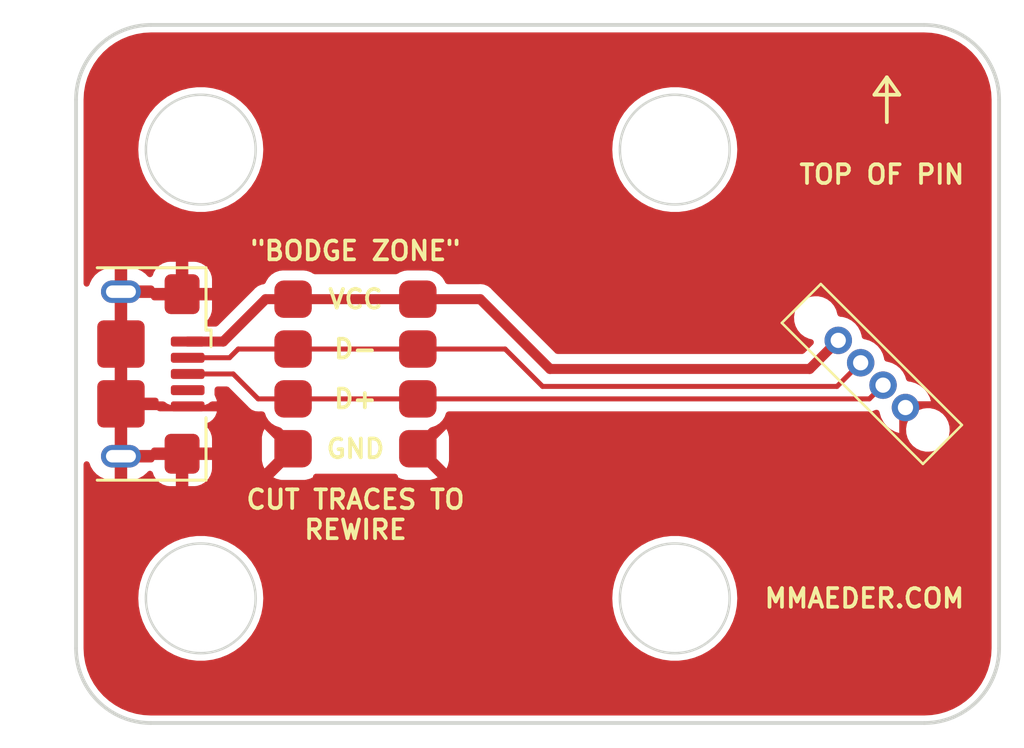
<source format=kicad_pcb>
(kicad_pcb (version 20221018) (generator pcbnew)
  (layers (0 "F.Cu" signal) (31 "B.Cu" signal) (34 "B.Paste" user) (35 "F.Paste" user) (36 "B.SilkS" user "B.Silkscreen") (37 "F.SilkS" user "F.Silkscreen") (38 "B.Mask" user) (39 "F.Mask" user) (44 "Edge.Cuts" user))
  (net 0 "")
  (net 1 "/VCC")
  (net 2 "/D+")
  (net 3 "/D-")
  (net 4 "/GND")
  (footprint "Connector_USB:USB_Micro-B_Amphenol_10118193-0001LF_Horizontal" (layer "F.Cu") (at 29.8 35 -90)
    (fp_text reference "J1" hide)
    (fp_text value "USB_B_Mini")
    (fp_line (start -4.26 -3.41) (end -4.26 0.95) (stroke (width 0.12)) (layer "F.SilkS"))
    (fp_line (start -4.26 -3.41) (end -1.76 -3.41) (stroke (width 0.12)) (layer "F.SilkS"))
    (fp_line (start -1.76 -3.41) (end -1.76 -3.61) (stroke (width 0.12)) (layer "F.SilkS"))
    (fp_line (start -1.1 -3.61) (end -1.76 -3.61) (stroke (width 0.12)) (layer "F.SilkS"))
    (fp_line (start 1.76 -3.41) (end 4.26 -3.41) (stroke (width 0.12)) (layer "F.SilkS"))
    (fp_line (start 4.26 -3.41) (end 4.26 0.95) (stroke (width 0.12)) (layer "F.SilkS"))
    (pad "1" smd roundrect (at -1.3 -2.675 270) (size 0.4 1.35) (layers "F.Cu" "F.Paste" "F.Mask") (net 1 "/VCC"))
    (pad "2" smd roundrect (at -0.65 -2.675 270) (size 0.4 1.35) (layers "F.Cu" "F.Paste" "F.Mask") (net 3 "/D-"))
    (pad "3" smd roundrect (at 0 -2.675 270) (size 0.4 1.35) (layers "F.Cu" "F.Paste" "F.Mask") (net 2 "/D+"))
    (pad "4" smd roundrect (at 0.65 -2.675 270) (size 0.4 1.35) (layers "F.Cu" "F.Paste" "F.Mask"))
    (pad "5" smd roundrect (at 1.3 -2.675 270) (size 0.4 1.35) (layers "F.Cu" "F.Paste" "F.Mask") (net 4 "/GND"))
    (pad "6" thru_hole oval (at -3.3 0) (size 1.6 0.9) (drill oval 1.2 0.5) (layers "*.Cu" "*.Mask" "F.Paste") (net 4 "/GND"))
    (pad "6" smd roundrect (at -3.2 -2.45 270) (size 1.6 1.4) (layers "F.Cu" "F.Paste" "F.Mask") (roundrect_rratio 0.1785714286) (net 4 "/GND"))
    (pad "6" smd roundrect (at -1.2 0 270) (size 1.9 1.9) (layers "F.Cu" "F.Paste" "F.Mask") (roundrect_rratio 0.1315789474) (net 4 "/GND"))
    (pad "6" smd roundrect (at 1.2 0 270) (size 1.9 1.9) (layers "F.Cu" "F.Paste" "F.Mask") (roundrect_rratio 0.1315789474) (net 4 "/GND"))
    (pad "6" smd roundrect (at 3.2 -2.45 270) (size 1.6 1.4) (layers "F.Cu" "F.Paste" "F.Mask") (roundrect_rratio 0.1785714286) (net 4 "/GND"))
    (pad "6" thru_hole oval (at 3.3 0) (size 1.6 0.9) (drill oval 1.2 0.5) (layers "*.Cu" "*.Mask" "F.Paste") (net 4 "/GND"))
  )
  (footprint "debug-pads:4-smd-pads" (layer "F.Cu") (at 36.7 35 -90)
    (fp_text reference "J2" hide)
    (fp_text value "Conn_01x04_Pin" hide)
    (pad "1" smd roundrect (at -3 0 270) (size 1.5 1.5) (layers "F.Cu" "F.Paste" "F.Mask") (net 1 "/VCC"))
    (pad "2" smd roundrect (at -1 0 270) (size 1.5 1.5) (layers "F.Cu" "F.Paste" "F.Mask") (net 3 "/D-"))
    (pad "3" smd roundrect (at 1 0 270) (size 1.5 1.5) (layers "F.Cu" "F.Paste" "F.Mask") (net 2 "/D+"))
    (pad "4" smd roundrect (at 3 0 270) (size 1.5 1.5) (layers "F.Cu" "F.Paste" "F.Mask") (net 4 "/GND"))
  )
  (footprint "debug-pads:4-smd-pads" (layer "F.Cu") (at 41.7 35 -90)
    (fp_text reference "J3" hide)
    (fp_text value "Conn_01x04_Pin" hide)
    (pad "1" smd roundrect (at -3 0 270) (size 1.5 1.5) (layers "F.Cu" "F.Paste" "F.Mask") (net 1 "/VCC"))
    (pad "2" smd roundrect (at -1 0 270) (size 1.5 1.5) (layers "F.Cu" "F.Paste" "F.Mask") (net 3 "/D-"))
    (pad "3" smd roundrect (at 1 0 270) (size 1.5 1.5) (layers "F.Cu" "F.Paste" "F.Mask") (net 2 "/D+"))
    (pad "4" smd roundrect (at 3 0 270) (size 1.5 1.5) (layers "F.Cu" "F.Paste" "F.Mask") (net 4 "/GND"))
  )
  (footprint "spring-conn:854-22-004-10-001101" (layer "F.Cu") (at 59.9 35 -45)
    (fp_text reference "J4" hide)
    (fp_text value "Conn_01x04_Pin")
    (fp_line (start -4 -1.105) (end 4 -1.105) (stroke (width 0.1)) (layer "F.SilkS"))
    (fp_line (start -4 1.105) (end -4 -1.105) (stroke (width 0.1)) (layer "F.SilkS"))
    (fp_line (start 4 -1.105) (end 4 1.105) (stroke (width 0.1)) (layer "F.SilkS"))
    (fp_line (start 4 1.105) (end -4 1.105) (stroke (width 0.1)) (layer "F.SilkS"))
    (pad "" np_thru_hole circle (at -3.175 0 315) (size 1.24 1.24) (drill 1.24) (layers "*.Cu" "*.Mask"))
    (pad "" np_thru_hole circle (at 3.175 0 315) (size 1.24 1.24) (drill 1.24) (layers "*.Cu" "*.Mask"))
    (pad "1" thru_hole circle (at -1.905 0 315) (size 1.1 1.1) (drill 0.61) (layers "*.Cu" "*.Mask") (net 1 "/VCC"))
    (pad "2" thru_hole circle (at -0.635 0 315) (size 1.1 1.1) (drill 0.61) (layers "*.Cu" "*.Mask") (net 3 "/D-"))
    (pad "3" thru_hole circle (at 0.635 0 315) (size 1.1 1.1) (drill 0.61) (layers "*.Cu" "*.Mask") (net 2 "/D+"))
    (pad "4" thru_hole circle (at 1.905 0 315) (size 1.1 1.1) (drill 0.61) (layers "*.Cu" "*.Mask") (net 4 "/GND"))
  )
  (gr_line (start 60 23.8) (end 61 23.8) (stroke (width 0.15)) (layer "F.SilkS"))
  (gr_line (start 60.5 23.1) (end 60 23.8) (stroke (width 0.15)) (layer "F.SilkS"))
  (gr_line (start 60.5 24.9) (end 60.5 23.1) (stroke (width 0.15)) (layer "F.SilkS"))
  (gr_line (start 61 23.8) (end 60.5 23.1) (stroke (width 0.15)) (layer "F.SilkS"))
  (gr_arc (start 31 49) (mid 28.87868 48.12132) (end 28 46) (stroke (width 0.15)) (layer "Edge.Cuts"))
  (gr_circle (center 33 44) (end 35.2 44) (stroke (width 0.1)) (fill none) (layer "Edge.Cuts"))
  (gr_circle (center 33 26) (end 35.2 26) (stroke (width 0.1)) (fill none) (layer "Edge.Cuts"))
  (gr_line (start 65 24) (end 65 46) (stroke (width 0.15)) (layer "Edge.Cuts"))
  (gr_line (start 28 46) (end 28 24) (stroke (width 0.15)) (layer "Edge.Cuts"))
  (gr_line (start 31 21) (end 62 21) (stroke (width 0.15)) (layer "Edge.Cuts"))
  (gr_line (start 62 49) (end 31 49) (stroke (width 0.15)) (layer "Edge.Cuts"))
  (gr_circle (center 52 44) (end 54.2 44) (stroke (width 0.1)) (fill none) (layer "Edge.Cuts"))
  (gr_circle (center 52 26) (end 54.2 26) (stroke (width 0.1)) (fill none) (layer "Edge.Cuts"))
  (gr_arc (start 28 24) (mid 28.87868 21.87868) (end 31 21) (stroke (width 0.15)) (layer "Edge.Cuts"))
  (gr_arc (start 65 46) (mid 64.12132 48.12132) (end 62 49) (stroke (width 0.15)) (layer "Edge.Cuts"))
  (gr_arc (start 62 21) (mid 64.12132 21.87868) (end 65 24) (stroke (width 0.15)) (layer "Edge.Cuts"))
  (gr_text "D-" (at 39.2 34) (layer "F.SilkS") (effects (font (size 0.75 0.75) (thickness 0.15) bold)))
  (gr_text "D+" (at 39.2 36) (layer "F.SilkS") (effects (font (size 0.75 0.75) (thickness 0.15) bold)))
  (gr_text "TOP OF PIN" (at 60.3 27) (layer "F.SilkS") (effects (font (size 0.75 0.75) (thickness 0.15) bold)))
  (gr_text "CUT TRACES TO\nREWIRE" (at 39.2 39.6) (layer "F.SilkS") (effects (font (size 0.75 0.75) (thickness 0.15) bold) (justify top)))
  (gr_text "VCC" (at 39.2 32) (layer "F.SilkS") (effects (font (size 0.75 0.75) (thickness 0.15) bold)))
  (gr_text "{dblquote}BODGE ZONE{dblquote}" (at 39.2 30.5) (layer "F.SilkS") (effects (font (size 0.75 0.75) (thickness 0.15) bold) (justify bottom)))
  (gr_text "GND" (at 39.2 38) (layer "F.SilkS") (effects (font (size 0.75 0.75) (thickness 0.15) bold)))
  (gr_text "MMAEDER.COM" (at 59.6 44) (layer "F.SilkS") (effects (font (size 0.75 0.75) (thickness 0.15) bold)))
  (segment (start 47 34.8) (end 57.405924 34.8) (width 0.4) (layer "F.Cu") (net 1))
  (segment (start 36.7 32) (end 41.7 32) (width 0.4) (layer "F.Cu") (net 1))
  (segment (start 41.7 32) (end 44.2 32) (width 0.4) (layer "F.Cu") (net 1))
  (segment (start 44.2 32) (end 47 34.8) (width 0.4) (layer "F.Cu") (net 1))
  (segment (start 57.405924 34.8) (end 58.552962 33.652962) (width 0.4) (layer "F.Cu") (net 1))
  (segment (start 32.475 33.7) (end 33.9 33.7) (width 0.4) (layer "F.Cu") (net 1))
  (segment (start 33.9 33.7) (end 35.6 32) (width 0.4) (layer "F.Cu") (net 1))
  (segment (start 35.6 32) (end 36.7 32) (width 0.4) (layer "F.Cu") (net 1))
  (segment (start 41.7 36) (end 59.798026 36) (width 0.2) (layer "F.Cu") (net 2))
  (segment (start 36.7 36) (end 35.3 36) (width 0.2) (layer "F.Cu") (net 2))
  (segment (start 35.3 36) (end 34.3 35) (width 0.2) (layer "F.Cu") (net 2))
  (segment (start 34.3 35) (end 32.475 35) (width 0.2) (layer "F.Cu") (net 2))
  (segment (start 41.7 36) (end 36.7 36) (width 0.2) (layer "F.Cu") (net 2))
  (segment (start 59.798026 36) (end 60.349013 35.449013) (width 0.2) (layer "F.Cu") (net 2))
  (segment (start 58.501974 35.5) (end 59.450987 34.550987) (width 0.2) (layer "F.Cu") (net 3))
  (segment (start 34.15 34.35) (end 32.475 34.35) (width 0.2) (layer "F.Cu") (net 3))
  (segment (start 41.7 34) (end 45.2 34) (width 0.2) (layer "F.Cu") (net 3))
  (segment (start 36.7 34) (end 34.5 34) (width 0.2) (layer "F.Cu") (net 3))
  (segment (start 34.5 34) (end 34.15 34.35) (width 0.2) (layer "F.Cu") (net 3))
  (segment (start 46.7 35.5) (end 58.501974 35.5) (width 0.2) (layer "F.Cu") (net 3))
  (segment (start 36.7 34) (end 41.7 34) (width 0.2) (layer "F.Cu") (net 3))
  (segment (start 45.2 34) (end 46.7 35.5) (width 0.2) (layer "F.Cu") (net 3))
  (zone (net 4) (net_name "/GND") (layer "F.Cu") (connect_pads (clearance 0.4)) (min_thickness 0.25) (fill yes (thermal_gap 0.5) (thermal_bridge_width 0.5))
    (polygon (pts (xy 27 20) (xy 27 50) (xy 66 50) (xy 66 20)))
  )
  (zone (net 0) (net_name "") (layer "F.Cu") (connect_pads (clearance 0)) (min_thickness 0.25)
    (keepout (tracks allowed) (vias allowed) (pads allowed) (copperpour not_allowed) (footprints allowed))
    (fill (thermal_gap 0.5) (thermal_bridge_width 0.5))
    (polygon (pts (xy 36.7 31) (xy 36.7 39) (xy 41.7 39) (xy 41.7 31)))
  )
)
</source>
